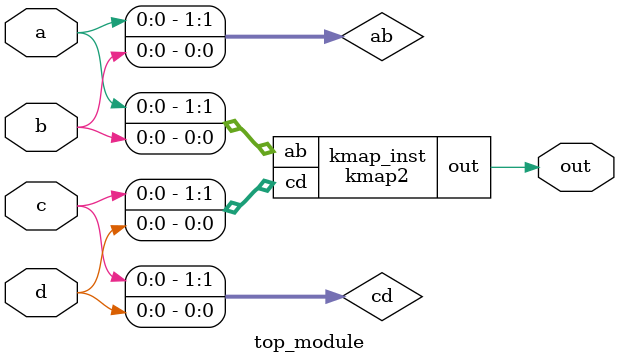
<source format=sv>
module kmap2 (

    input [1:0] ab,
    input [1:0] cd,
    output out
);

// Implement the circuit described by the Karnaugh map

assign out = (!ab[1] & !ab[0] & cd[1]) | (!ab[1] & ab[0] & cd[1]) | (ab[1] & !ab[0] & !cd[0] & !cd[1]) | (ab[1] & !ab[0] & cd[1] & !cd[0]) | (ab[1] & !ab[0] & cd[1] & cd[0]);
  
endmodule
module top_module (
    input a, 
    input b,
    input c,
    input d,
    output out
);

wire [1:0] ab;
wire [1:0] cd;

assign ab = {a, b};
assign cd = {c, d};

kmap2 kmap_inst (
    .ab(ab),
    .cd(cd),
    .out(out)
);

endmodule

</source>
